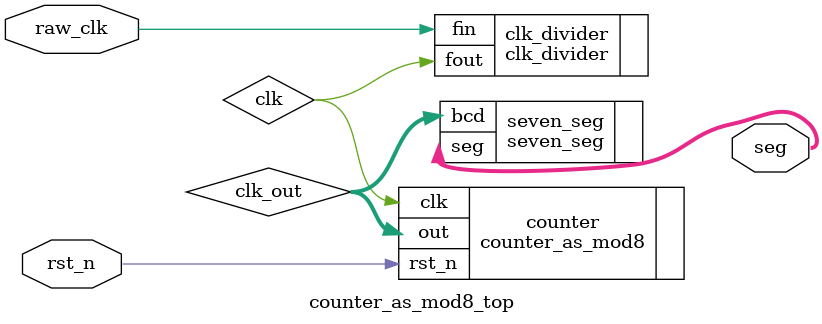
<source format=v>
module counter_as_mod8_top(
  seg,
  raw_clk,
  rst_n
);

  output [6:0] seg;
  input  raw_clk;
  input  rst_n;

  wire   clk;
  wire   [2:0] clk_out;

  clk_divider clk_divider(
    .fout(clk),
    .fin(raw_clk)
  );

  counter_as_mod8 counter(
    .out(clk_out),
    .clk(clk),
    .rst_n(rst_n)
  );

  seven_seg seven_seg(
    .seg(seg),
    .bcd(clk_out)
  );

endmodule

</source>
